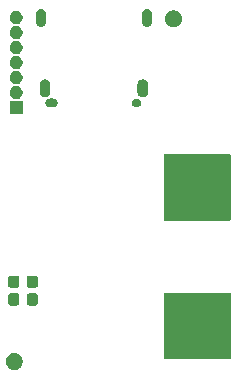
<source format=gbr>
%TF.GenerationSoftware,KiCad,Pcbnew,9.0.4*%
%TF.CreationDate,2025-09-02T10:18:24-07:00*%
%TF.ProjectId,k1-aioc,6b312d61-696f-4632-9e6b-696361645f70,rev?*%
%TF.SameCoordinates,Original*%
%TF.FileFunction,Soldermask,Bot*%
%TF.FilePolarity,Negative*%
%FSLAX46Y46*%
G04 Gerber Fmt 4.6, Leading zero omitted, Abs format (unit mm)*
G04 Created by KiCad (PCBNEW 9.0.4) date 2025-09-02 10:18:24*
%MOMM*%
%LPD*%
G01*
G04 APERTURE LIST*
G04 APERTURE END LIST*
G36*
X104960747Y-109555261D02*
G01*
X105092234Y-109609725D01*
X105210570Y-109688794D01*
X105311206Y-109789430D01*
X105390275Y-109907766D01*
X105444739Y-110039253D01*
X105472504Y-110178840D01*
X105472504Y-110321160D01*
X105444739Y-110460747D01*
X105390275Y-110592234D01*
X105311206Y-110710570D01*
X105210570Y-110811206D01*
X105092234Y-110890275D01*
X104960747Y-110944739D01*
X104821160Y-110972504D01*
X104678840Y-110972504D01*
X104539253Y-110944739D01*
X104407766Y-110890275D01*
X104289430Y-110811206D01*
X104188794Y-110710570D01*
X104109725Y-110592234D01*
X104055261Y-110460747D01*
X104027496Y-110321160D01*
X104027496Y-110178840D01*
X104055261Y-110039253D01*
X104109725Y-109907766D01*
X104188794Y-109789430D01*
X104289430Y-109688794D01*
X104407766Y-109609725D01*
X104539253Y-109555261D01*
X104678840Y-109527496D01*
X104821160Y-109527496D01*
X104960747Y-109555261D01*
G37*
G36*
X123014632Y-104426441D02*
G01*
X123041668Y-104437640D01*
X123062360Y-104458332D01*
X123073559Y-104485368D01*
X123075000Y-104500000D01*
X123075000Y-110000000D01*
X123073559Y-110014632D01*
X123062360Y-110041668D01*
X123041668Y-110062360D01*
X123014632Y-110073559D01*
X123000000Y-110075000D01*
X122997546Y-110075000D01*
X117502454Y-110075000D01*
X117500000Y-110075000D01*
X117485368Y-110073559D01*
X117458332Y-110062360D01*
X117437640Y-110041668D01*
X117426441Y-110014632D01*
X117425000Y-110000000D01*
X117425000Y-104500000D01*
X117426441Y-104485368D01*
X117437640Y-104458332D01*
X117458332Y-104437640D01*
X117485368Y-104426441D01*
X117500000Y-104425000D01*
X123000000Y-104425000D01*
X123014632Y-104426441D01*
G37*
G36*
X104937660Y-104476275D02*
G01*
X104999590Y-104484428D01*
X105015167Y-104491692D01*
X105034096Y-104495457D01*
X105059167Y-104512208D01*
X105084955Y-104524234D01*
X105100644Y-104539923D01*
X105121285Y-104553715D01*
X105135076Y-104574355D01*
X105150765Y-104590044D01*
X105162789Y-104615830D01*
X105179543Y-104640904D01*
X105183308Y-104659834D01*
X105190571Y-104675409D01*
X105198722Y-104737326D01*
X105200000Y-104743750D01*
X105200000Y-105256250D01*
X105198722Y-105262674D01*
X105190571Y-105324590D01*
X105183308Y-105340164D01*
X105179543Y-105359096D01*
X105162787Y-105384171D01*
X105150765Y-105409955D01*
X105135078Y-105425641D01*
X105121285Y-105446285D01*
X105100641Y-105460078D01*
X105084955Y-105475765D01*
X105059171Y-105487787D01*
X105034096Y-105504543D01*
X105015164Y-105508308D01*
X104999590Y-105515571D01*
X104937674Y-105523722D01*
X104931250Y-105525000D01*
X104493750Y-105525000D01*
X104487326Y-105523722D01*
X104425409Y-105515571D01*
X104409834Y-105508308D01*
X104390904Y-105504543D01*
X104365830Y-105487789D01*
X104340044Y-105475765D01*
X104324355Y-105460076D01*
X104303715Y-105446285D01*
X104289923Y-105425644D01*
X104274234Y-105409955D01*
X104262208Y-105384167D01*
X104245457Y-105359096D01*
X104241692Y-105340167D01*
X104234428Y-105324590D01*
X104226275Y-105262660D01*
X104225000Y-105256250D01*
X104225000Y-104743750D01*
X104226274Y-104737341D01*
X104234428Y-104675409D01*
X104241692Y-104659830D01*
X104245457Y-104640904D01*
X104262207Y-104615835D01*
X104274234Y-104590044D01*
X104289925Y-104574352D01*
X104303715Y-104553715D01*
X104324352Y-104539925D01*
X104340044Y-104524234D01*
X104365835Y-104512207D01*
X104390904Y-104495457D01*
X104409830Y-104491692D01*
X104425409Y-104484428D01*
X104487341Y-104476274D01*
X104493750Y-104475000D01*
X104931250Y-104475000D01*
X104937660Y-104476275D01*
G37*
G36*
X106512660Y-104476275D02*
G01*
X106574590Y-104484428D01*
X106590167Y-104491692D01*
X106609096Y-104495457D01*
X106634167Y-104512208D01*
X106659955Y-104524234D01*
X106675644Y-104539923D01*
X106696285Y-104553715D01*
X106710076Y-104574355D01*
X106725765Y-104590044D01*
X106737789Y-104615830D01*
X106754543Y-104640904D01*
X106758308Y-104659834D01*
X106765571Y-104675409D01*
X106773722Y-104737326D01*
X106775000Y-104743750D01*
X106775000Y-105256250D01*
X106773722Y-105262674D01*
X106765571Y-105324590D01*
X106758308Y-105340164D01*
X106754543Y-105359096D01*
X106737787Y-105384171D01*
X106725765Y-105409955D01*
X106710078Y-105425641D01*
X106696285Y-105446285D01*
X106675641Y-105460078D01*
X106659955Y-105475765D01*
X106634171Y-105487787D01*
X106609096Y-105504543D01*
X106590164Y-105508308D01*
X106574590Y-105515571D01*
X106512674Y-105523722D01*
X106506250Y-105525000D01*
X106068750Y-105525000D01*
X106062326Y-105523722D01*
X106000409Y-105515571D01*
X105984834Y-105508308D01*
X105965904Y-105504543D01*
X105940830Y-105487789D01*
X105915044Y-105475765D01*
X105899355Y-105460076D01*
X105878715Y-105446285D01*
X105864923Y-105425644D01*
X105849234Y-105409955D01*
X105837208Y-105384167D01*
X105820457Y-105359096D01*
X105816692Y-105340167D01*
X105809428Y-105324590D01*
X105801275Y-105262660D01*
X105800000Y-105256250D01*
X105800000Y-104743750D01*
X105801274Y-104737341D01*
X105809428Y-104675409D01*
X105816692Y-104659830D01*
X105820457Y-104640904D01*
X105837207Y-104615835D01*
X105849234Y-104590044D01*
X105864925Y-104574352D01*
X105878715Y-104553715D01*
X105899352Y-104539925D01*
X105915044Y-104524234D01*
X105940835Y-104512207D01*
X105965904Y-104495457D01*
X105984830Y-104491692D01*
X106000409Y-104484428D01*
X106062341Y-104476274D01*
X106068750Y-104475000D01*
X106506250Y-104475000D01*
X106512660Y-104476275D01*
G37*
G36*
X104937660Y-102976275D02*
G01*
X104999590Y-102984428D01*
X105015167Y-102991692D01*
X105034096Y-102995457D01*
X105059167Y-103012208D01*
X105084955Y-103024234D01*
X105100644Y-103039923D01*
X105121285Y-103053715D01*
X105135076Y-103074355D01*
X105150765Y-103090044D01*
X105162789Y-103115830D01*
X105179543Y-103140904D01*
X105183308Y-103159834D01*
X105190571Y-103175409D01*
X105198722Y-103237326D01*
X105200000Y-103243750D01*
X105200000Y-103756250D01*
X105198722Y-103762674D01*
X105190571Y-103824590D01*
X105183308Y-103840164D01*
X105179543Y-103859096D01*
X105162787Y-103884171D01*
X105150765Y-103909955D01*
X105135078Y-103925641D01*
X105121285Y-103946285D01*
X105100641Y-103960078D01*
X105084955Y-103975765D01*
X105059171Y-103987787D01*
X105034096Y-104004543D01*
X105015164Y-104008308D01*
X104999590Y-104015571D01*
X104937674Y-104023722D01*
X104931250Y-104025000D01*
X104493750Y-104025000D01*
X104487326Y-104023722D01*
X104425409Y-104015571D01*
X104409834Y-104008308D01*
X104390904Y-104004543D01*
X104365830Y-103987789D01*
X104340044Y-103975765D01*
X104324355Y-103960076D01*
X104303715Y-103946285D01*
X104289923Y-103925644D01*
X104274234Y-103909955D01*
X104262208Y-103884167D01*
X104245457Y-103859096D01*
X104241692Y-103840167D01*
X104234428Y-103824590D01*
X104226275Y-103762660D01*
X104225000Y-103756250D01*
X104225000Y-103243750D01*
X104226274Y-103237341D01*
X104234428Y-103175409D01*
X104241692Y-103159830D01*
X104245457Y-103140904D01*
X104262207Y-103115835D01*
X104274234Y-103090044D01*
X104289925Y-103074352D01*
X104303715Y-103053715D01*
X104324352Y-103039925D01*
X104340044Y-103024234D01*
X104365835Y-103012207D01*
X104390904Y-102995457D01*
X104409830Y-102991692D01*
X104425409Y-102984428D01*
X104487341Y-102976274D01*
X104493750Y-102975000D01*
X104931250Y-102975000D01*
X104937660Y-102976275D01*
G37*
G36*
X106512660Y-102976275D02*
G01*
X106574590Y-102984428D01*
X106590167Y-102991692D01*
X106609096Y-102995457D01*
X106634167Y-103012208D01*
X106659955Y-103024234D01*
X106675644Y-103039923D01*
X106696285Y-103053715D01*
X106710076Y-103074355D01*
X106725765Y-103090044D01*
X106737789Y-103115830D01*
X106754543Y-103140904D01*
X106758308Y-103159834D01*
X106765571Y-103175409D01*
X106773722Y-103237326D01*
X106775000Y-103243750D01*
X106775000Y-103756250D01*
X106773722Y-103762674D01*
X106765571Y-103824590D01*
X106758308Y-103840164D01*
X106754543Y-103859096D01*
X106737787Y-103884171D01*
X106725765Y-103909955D01*
X106710078Y-103925641D01*
X106696285Y-103946285D01*
X106675641Y-103960078D01*
X106659955Y-103975765D01*
X106634171Y-103987787D01*
X106609096Y-104004543D01*
X106590164Y-104008308D01*
X106574590Y-104015571D01*
X106512674Y-104023722D01*
X106506250Y-104025000D01*
X106068750Y-104025000D01*
X106062326Y-104023722D01*
X106000409Y-104015571D01*
X105984834Y-104008308D01*
X105965904Y-104004543D01*
X105940830Y-103987789D01*
X105915044Y-103975765D01*
X105899355Y-103960076D01*
X105878715Y-103946285D01*
X105864923Y-103925644D01*
X105849234Y-103909955D01*
X105837208Y-103884167D01*
X105820457Y-103859096D01*
X105816692Y-103840167D01*
X105809428Y-103824590D01*
X105801275Y-103762660D01*
X105800000Y-103756250D01*
X105800000Y-103243750D01*
X105801274Y-103237341D01*
X105809428Y-103175409D01*
X105816692Y-103159830D01*
X105820457Y-103140904D01*
X105837207Y-103115835D01*
X105849234Y-103090044D01*
X105864925Y-103074352D01*
X105878715Y-103053715D01*
X105899352Y-103039925D01*
X105915044Y-103024234D01*
X105940835Y-103012207D01*
X105965904Y-102995457D01*
X105984830Y-102991692D01*
X106000409Y-102984428D01*
X106062341Y-102976274D01*
X106068750Y-102975000D01*
X106506250Y-102975000D01*
X106512660Y-102976275D01*
G37*
G36*
X123014632Y-92676441D02*
G01*
X123041668Y-92687640D01*
X123062360Y-92708332D01*
X123073559Y-92735368D01*
X123075000Y-92750000D01*
X123075000Y-98250000D01*
X123073559Y-98264632D01*
X123062360Y-98291668D01*
X123041668Y-98312360D01*
X123014632Y-98323559D01*
X123000000Y-98325000D01*
X122997546Y-98325000D01*
X117502454Y-98325000D01*
X117500000Y-98325000D01*
X117485368Y-98323559D01*
X117458332Y-98312360D01*
X117437640Y-98291668D01*
X117426441Y-98264632D01*
X117425000Y-98250000D01*
X117425000Y-92750000D01*
X117426441Y-92735368D01*
X117437640Y-92708332D01*
X117458332Y-92687640D01*
X117485368Y-92676441D01*
X117500000Y-92675000D01*
X123000000Y-92675000D01*
X123014632Y-92676441D01*
G37*
G36*
X105444134Y-88203806D02*
G01*
X105460355Y-88214645D01*
X105471194Y-88230866D01*
X105475000Y-88250000D01*
X105475000Y-89250000D01*
X105471194Y-89269134D01*
X105460355Y-89285355D01*
X105444134Y-89296194D01*
X105425000Y-89300000D01*
X104425000Y-89300000D01*
X104405866Y-89296194D01*
X104389645Y-89285355D01*
X104378806Y-89269134D01*
X104375000Y-89250000D01*
X104375000Y-88250000D01*
X104378806Y-88230866D01*
X104389645Y-88214645D01*
X104405866Y-88203806D01*
X104425000Y-88200000D01*
X105425000Y-88200000D01*
X105444134Y-88203806D01*
G37*
G36*
X108098947Y-87988208D02*
G01*
X108193506Y-88013545D01*
X108278286Y-88062492D01*
X108347508Y-88131714D01*
X108396455Y-88216494D01*
X108421792Y-88311053D01*
X108421792Y-88408947D01*
X108396455Y-88503506D01*
X108347508Y-88588286D01*
X108278286Y-88657508D01*
X108193506Y-88706455D01*
X108098947Y-88731792D01*
X108050000Y-88735000D01*
X108048362Y-88735000D01*
X107751638Y-88735000D01*
X107750000Y-88735000D01*
X107701053Y-88731792D01*
X107606494Y-88706455D01*
X107521714Y-88657508D01*
X107452492Y-88588286D01*
X107403545Y-88503506D01*
X107378208Y-88408947D01*
X107378208Y-88311053D01*
X107403545Y-88216494D01*
X107452492Y-88131714D01*
X107521714Y-88062492D01*
X107606494Y-88013545D01*
X107701053Y-87988208D01*
X107750000Y-87985000D01*
X108050000Y-87985000D01*
X108098947Y-87988208D01*
G37*
G36*
X115243506Y-88013545D02*
G01*
X115328286Y-88062492D01*
X115397508Y-88131714D01*
X115446455Y-88216494D01*
X115471792Y-88311053D01*
X115471792Y-88408947D01*
X115446455Y-88503506D01*
X115397508Y-88588286D01*
X115328286Y-88657508D01*
X115243506Y-88706455D01*
X115148947Y-88731792D01*
X115051053Y-88731792D01*
X114956494Y-88706455D01*
X114871714Y-88657508D01*
X114802492Y-88588286D01*
X114753545Y-88503506D01*
X114728208Y-88408947D01*
X114728208Y-88311053D01*
X114753545Y-88216494D01*
X114802492Y-88131714D01*
X114871714Y-88062492D01*
X114956494Y-88013545D01*
X115051053Y-87988208D01*
X115148947Y-87988208D01*
X115243506Y-88013545D01*
G37*
G36*
X105135476Y-86971866D02*
G01*
X105259819Y-87043656D01*
X105361344Y-87145181D01*
X105433134Y-87269524D01*
X105470295Y-87408211D01*
X105470295Y-87551789D01*
X105433134Y-87690476D01*
X105361344Y-87814819D01*
X105259819Y-87916344D01*
X105135476Y-87988134D01*
X104996789Y-88025295D01*
X104853211Y-88025295D01*
X104714524Y-87988134D01*
X104590181Y-87916344D01*
X104488656Y-87814819D01*
X104416866Y-87690476D01*
X104379705Y-87551789D01*
X104379705Y-87408211D01*
X104416866Y-87269524D01*
X104488656Y-87145181D01*
X104590181Y-87043656D01*
X104714524Y-86971866D01*
X104853211Y-86934705D01*
X104996789Y-86934705D01*
X105135476Y-86971866D01*
G37*
G36*
X107542208Y-86394254D02*
G01*
X107643943Y-86452991D01*
X107727009Y-86536057D01*
X107785746Y-86637792D01*
X107816150Y-86751263D01*
X107820000Y-86810000D01*
X107820000Y-87410000D01*
X107816150Y-87468737D01*
X107785746Y-87582208D01*
X107727009Y-87683943D01*
X107643943Y-87767009D01*
X107542208Y-87825746D01*
X107428737Y-87856150D01*
X107311263Y-87856150D01*
X107197792Y-87825746D01*
X107096057Y-87767009D01*
X107012991Y-87683943D01*
X106954254Y-87582208D01*
X106923850Y-87468737D01*
X106920000Y-87410000D01*
X106920000Y-86810000D01*
X106923850Y-86751263D01*
X106954254Y-86637792D01*
X107012991Y-86536057D01*
X107096057Y-86452991D01*
X107197792Y-86394254D01*
X107311263Y-86363850D01*
X107428737Y-86363850D01*
X107542208Y-86394254D01*
G37*
G36*
X115802208Y-86394254D02*
G01*
X115903943Y-86452991D01*
X115987009Y-86536057D01*
X116045746Y-86637792D01*
X116076150Y-86751263D01*
X116080000Y-86810000D01*
X116080000Y-87410000D01*
X116076150Y-87468737D01*
X116045746Y-87582208D01*
X115987009Y-87683943D01*
X115903943Y-87767009D01*
X115802208Y-87825746D01*
X115688737Y-87856150D01*
X115571263Y-87856150D01*
X115457792Y-87825746D01*
X115356057Y-87767009D01*
X115272991Y-87683943D01*
X115214254Y-87582208D01*
X115183850Y-87468737D01*
X115180000Y-87410000D01*
X115180000Y-86810000D01*
X115183850Y-86751263D01*
X115214254Y-86637792D01*
X115272991Y-86536057D01*
X115356057Y-86452991D01*
X115457792Y-86394254D01*
X115571263Y-86363850D01*
X115688737Y-86363850D01*
X115802208Y-86394254D01*
G37*
G36*
X105135476Y-85701866D02*
G01*
X105259819Y-85773656D01*
X105361344Y-85875181D01*
X105433134Y-85999524D01*
X105470295Y-86138211D01*
X105470295Y-86281789D01*
X105433134Y-86420476D01*
X105361344Y-86544819D01*
X105259819Y-86646344D01*
X105135476Y-86718134D01*
X104996789Y-86755295D01*
X104853211Y-86755295D01*
X104714524Y-86718134D01*
X104590181Y-86646344D01*
X104488656Y-86544819D01*
X104416866Y-86420476D01*
X104379705Y-86281789D01*
X104379705Y-86138211D01*
X104416866Y-85999524D01*
X104488656Y-85875181D01*
X104590181Y-85773656D01*
X104714524Y-85701866D01*
X104853211Y-85664705D01*
X104996789Y-85664705D01*
X105135476Y-85701866D01*
G37*
G36*
X105135476Y-84431866D02*
G01*
X105259819Y-84503656D01*
X105361344Y-84605181D01*
X105433134Y-84729524D01*
X105470295Y-84868211D01*
X105470295Y-85011789D01*
X105433134Y-85150476D01*
X105361344Y-85274819D01*
X105259819Y-85376344D01*
X105135476Y-85448134D01*
X104996789Y-85485295D01*
X104853211Y-85485295D01*
X104714524Y-85448134D01*
X104590181Y-85376344D01*
X104488656Y-85274819D01*
X104416866Y-85150476D01*
X104379705Y-85011789D01*
X104379705Y-84868211D01*
X104416866Y-84729524D01*
X104488656Y-84605181D01*
X104590181Y-84503656D01*
X104714524Y-84431866D01*
X104853211Y-84394705D01*
X104996789Y-84394705D01*
X105135476Y-84431866D01*
G37*
G36*
X105135476Y-83161866D02*
G01*
X105259819Y-83233656D01*
X105361344Y-83335181D01*
X105433134Y-83459524D01*
X105470295Y-83598211D01*
X105470295Y-83741789D01*
X105433134Y-83880476D01*
X105361344Y-84004819D01*
X105259819Y-84106344D01*
X105135476Y-84178134D01*
X104996789Y-84215295D01*
X104853211Y-84215295D01*
X104714524Y-84178134D01*
X104590181Y-84106344D01*
X104488656Y-84004819D01*
X104416866Y-83880476D01*
X104379705Y-83741789D01*
X104379705Y-83598211D01*
X104416866Y-83459524D01*
X104488656Y-83335181D01*
X104590181Y-83233656D01*
X104714524Y-83161866D01*
X104853211Y-83124705D01*
X104996789Y-83124705D01*
X105135476Y-83161866D01*
G37*
G36*
X105135476Y-81891866D02*
G01*
X105259819Y-81963656D01*
X105361344Y-82065181D01*
X105433134Y-82189524D01*
X105470295Y-82328211D01*
X105470295Y-82471789D01*
X105433134Y-82610476D01*
X105361344Y-82734819D01*
X105259819Y-82836344D01*
X105135476Y-82908134D01*
X104996789Y-82945295D01*
X104853211Y-82945295D01*
X104714524Y-82908134D01*
X104590181Y-82836344D01*
X104488656Y-82734819D01*
X104416866Y-82610476D01*
X104379705Y-82471789D01*
X104379705Y-82328211D01*
X104416866Y-82189524D01*
X104488656Y-82065181D01*
X104590181Y-81963656D01*
X104714524Y-81891866D01*
X104853211Y-81854705D01*
X104996789Y-81854705D01*
X105135476Y-81891866D01*
G37*
G36*
X118460747Y-80555261D02*
G01*
X118592234Y-80609725D01*
X118710570Y-80688794D01*
X118811206Y-80789430D01*
X118890275Y-80907766D01*
X118944739Y-81039253D01*
X118972504Y-81178840D01*
X118972504Y-81321160D01*
X118944739Y-81460747D01*
X118890275Y-81592234D01*
X118811206Y-81710570D01*
X118710570Y-81811206D01*
X118592234Y-81890275D01*
X118460747Y-81944739D01*
X118321160Y-81972504D01*
X118178840Y-81972504D01*
X118039253Y-81944739D01*
X117907766Y-81890275D01*
X117789430Y-81811206D01*
X117688794Y-81710570D01*
X117609725Y-81592234D01*
X117555261Y-81460747D01*
X117527496Y-81321160D01*
X117527496Y-81178840D01*
X117555261Y-81039253D01*
X117609725Y-80907766D01*
X117688794Y-80789430D01*
X117789430Y-80688794D01*
X117907766Y-80609725D01*
X118039253Y-80555261D01*
X118178840Y-80527496D01*
X118321160Y-80527496D01*
X118460747Y-80555261D01*
G37*
G36*
X107182208Y-80444254D02*
G01*
X107283943Y-80502991D01*
X107367009Y-80586057D01*
X107425746Y-80687792D01*
X107456150Y-80801263D01*
X107460000Y-80860000D01*
X107460000Y-81460000D01*
X107456150Y-81518737D01*
X107425746Y-81632208D01*
X107367009Y-81733943D01*
X107283943Y-81817009D01*
X107182208Y-81875746D01*
X107068737Y-81906150D01*
X106951263Y-81906150D01*
X106837792Y-81875746D01*
X106736057Y-81817009D01*
X106652991Y-81733943D01*
X106594254Y-81632208D01*
X106563850Y-81518737D01*
X106560000Y-81460000D01*
X106560000Y-80860000D01*
X106563850Y-80801263D01*
X106594254Y-80687792D01*
X106652991Y-80586057D01*
X106736057Y-80502991D01*
X106837792Y-80444254D01*
X106951263Y-80413850D01*
X107068737Y-80413850D01*
X107182208Y-80444254D01*
G37*
G36*
X116162208Y-80444254D02*
G01*
X116263943Y-80502991D01*
X116347009Y-80586057D01*
X116405746Y-80687792D01*
X116436150Y-80801263D01*
X116440000Y-80860000D01*
X116440000Y-81460000D01*
X116436150Y-81518737D01*
X116405746Y-81632208D01*
X116347009Y-81733943D01*
X116263943Y-81817009D01*
X116162208Y-81875746D01*
X116048737Y-81906150D01*
X115931263Y-81906150D01*
X115817792Y-81875746D01*
X115716057Y-81817009D01*
X115632991Y-81733943D01*
X115574254Y-81632208D01*
X115543850Y-81518737D01*
X115540000Y-81460000D01*
X115540000Y-80860000D01*
X115543850Y-80801263D01*
X115574254Y-80687792D01*
X115632991Y-80586057D01*
X115716057Y-80502991D01*
X115817792Y-80444254D01*
X115931263Y-80413850D01*
X116048737Y-80413850D01*
X116162208Y-80444254D01*
G37*
G36*
X105135476Y-80621866D02*
G01*
X105259819Y-80693656D01*
X105361344Y-80795181D01*
X105433134Y-80919524D01*
X105470295Y-81058211D01*
X105470295Y-81201789D01*
X105433134Y-81340476D01*
X105361344Y-81464819D01*
X105259819Y-81566344D01*
X105135476Y-81638134D01*
X104996789Y-81675295D01*
X104853211Y-81675295D01*
X104714524Y-81638134D01*
X104590181Y-81566344D01*
X104488656Y-81464819D01*
X104416866Y-81340476D01*
X104379705Y-81201789D01*
X104379705Y-81058211D01*
X104416866Y-80919524D01*
X104488656Y-80795181D01*
X104590181Y-80693656D01*
X104714524Y-80621866D01*
X104853211Y-80584705D01*
X104996789Y-80584705D01*
X105135476Y-80621866D01*
G37*
M02*

</source>
